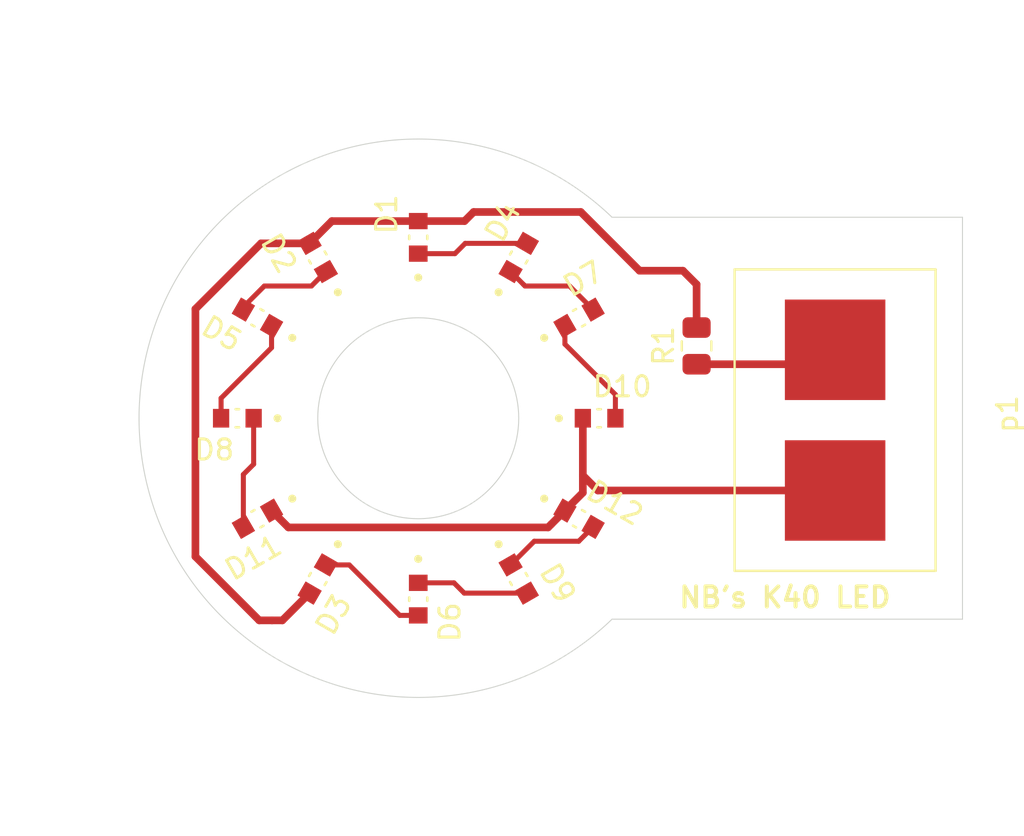
<source format=kicad_pcb>
(kicad_pcb (version 20171130) (host pcbnew "(5.1.8)-1")

  (general
    (thickness 1.6)
    (drawings 6)
    (tracks 57)
    (zones 0)
    (modules 14)
    (nets 13)
  )

  (page A4)
  (layers
    (0 F.Cu signal)
    (31 B.Cu signal)
    (32 B.Adhes user)
    (33 F.Adhes user)
    (34 B.Paste user)
    (35 F.Paste user)
    (36 B.SilkS user)
    (37 F.SilkS user)
    (38 B.Mask user)
    (39 F.Mask user)
    (40 Dwgs.User user)
    (41 Cmts.User user)
    (42 Eco1.User user)
    (43 Eco2.User user)
    (44 Edge.Cuts user)
    (45 Margin user)
    (46 B.CrtYd user)
    (47 F.CrtYd user)
    (48 B.Fab user)
    (49 F.Fab user)
  )

  (setup
    (last_trace_width 0.25)
    (trace_clearance 0.2)
    (zone_clearance 0.508)
    (zone_45_only no)
    (trace_min 0.2)
    (via_size 0.8)
    (via_drill 0.4)
    (via_min_size 0.4)
    (via_min_drill 0.3)
    (uvia_size 0.3)
    (uvia_drill 0.1)
    (uvias_allowed no)
    (uvia_min_size 0.2)
    (uvia_min_drill 0.1)
    (edge_width 0.05)
    (segment_width 0.2)
    (pcb_text_width 0.3)
    (pcb_text_size 1.5 1.5)
    (mod_edge_width 0.12)
    (mod_text_size 1 1)
    (mod_text_width 0.15)
    (pad_size 1.524 1.524)
    (pad_drill 0.762)
    (pad_to_mask_clearance 0)
    (aux_axis_origin 0 0)
    (visible_elements 7FFFFFFF)
    (pcbplotparams
      (layerselection 0x010f0_ffffffff)
      (usegerberextensions true)
      (usegerberattributes false)
      (usegerberadvancedattributes false)
      (creategerberjobfile false)
      (excludeedgelayer true)
      (linewidth 0.100000)
      (plotframeref false)
      (viasonmask false)
      (mode 1)
      (useauxorigin false)
      (hpglpennumber 1)
      (hpglpenspeed 20)
      (hpglpendiameter 15.000000)
      (psnegative false)
      (psa4output false)
      (plotreference true)
      (plotvalue true)
      (plotinvisibletext false)
      (padsonsilk false)
      (subtractmaskfromsilk true)
      (outputformat 1)
      (mirror false)
      (drillshape 0)
      (scaleselection 1)
      (outputdirectory "C:/Users/natha/Documents/GitHub/K40_LED/K40_LED_GERBER/"))
  )

  (net 0 "")
  (net 1 "Net-(D1-PadA)")
  (net 2 "Net-(D1-PadC)")
  (net 3 "Net-(D2-PadC)")
  (net 4 "Net-(D3-PadC)")
  (net 5 "Net-(D4-PadC)")
  (net 6 "Net-(D5-PadC)")
  (net 7 "Net-(D6-PadC)")
  (net 8 "Net-(D10-PadA)")
  (net 9 "Net-(D11-PadA)")
  (net 10 "Net-(D12-PadA)")
  (net 11 "Net-(R1-Pad1)")
  (net 12 "Net-(D10-PadC)")

  (net_class Default "This is the default net class."
    (clearance 0.2)
    (trace_width 0.25)
    (via_dia 0.8)
    (via_drill 0.4)
    (uvia_dia 0.3)
    (uvia_drill 0.1)
    (add_net "Net-(D1-PadA)")
    (add_net "Net-(D1-PadC)")
    (add_net "Net-(D10-PadA)")
    (add_net "Net-(D10-PadC)")
    (add_net "Net-(D11-PadA)")
    (add_net "Net-(D12-PadA)")
    (add_net "Net-(D2-PadC)")
    (add_net "Net-(D3-PadC)")
    (add_net "Net-(D4-PadC)")
    (add_net "Net-(D5-PadC)")
    (add_net "Net-(D6-PadC)")
    (add_net "Net-(R1-Pad1)")
  )

  (module Resistor_SMD:R_0805_2012Metric (layer F.Cu) (tedit 5F68FEEE) (tstamp 60DFD025)
    (at 90.85 69.4 90)
    (descr "Resistor SMD 0805 (2012 Metric), square (rectangular) end terminal, IPC_7351 nominal, (Body size source: IPC-SM-782 page 72, https://www.pcb-3d.com/wordpress/wp-content/uploads/ipc-sm-782a_amendment_1_and_2.pdf), generated with kicad-footprint-generator")
    (tags resistor)
    (path /60E10156)
    (attr smd)
    (fp_text reference R1 (at 0 -1.65 90) (layer F.SilkS)
      (effects (font (size 1 1) (thickness 0.15)))
    )
    (fp_text value 200 (at 0 1.65 90) (layer F.Fab)
      (effects (font (size 1 1) (thickness 0.15)))
    )
    (fp_line (start 1.68 0.95) (end -1.68 0.95) (layer F.CrtYd) (width 0.05))
    (fp_line (start 1.68 -0.95) (end 1.68 0.95) (layer F.CrtYd) (width 0.05))
    (fp_line (start -1.68 -0.95) (end 1.68 -0.95) (layer F.CrtYd) (width 0.05))
    (fp_line (start -1.68 0.95) (end -1.68 -0.95) (layer F.CrtYd) (width 0.05))
    (fp_line (start -0.227064 0.735) (end 0.227064 0.735) (layer F.SilkS) (width 0.12))
    (fp_line (start -0.227064 -0.735) (end 0.227064 -0.735) (layer F.SilkS) (width 0.12))
    (fp_line (start 1 0.625) (end -1 0.625) (layer F.Fab) (width 0.1))
    (fp_line (start 1 -0.625) (end 1 0.625) (layer F.Fab) (width 0.1))
    (fp_line (start -1 -0.625) (end 1 -0.625) (layer F.Fab) (width 0.1))
    (fp_line (start -1 0.625) (end -1 -0.625) (layer F.Fab) (width 0.1))
    (fp_text user %R (at 0 0 90) (layer F.Fab)
      (effects (font (size 0.5 0.5) (thickness 0.08)))
    )
    (pad 2 smd roundrect (at 0.9125 0 90) (size 1.025 1.4) (layers F.Cu F.Paste F.Mask) (roundrect_rratio 0.2439014634146341)
      (net 1 "Net-(D1-PadA)"))
    (pad 1 smd roundrect (at -0.9125 0 90) (size 1.025 1.4) (layers F.Cu F.Paste F.Mask) (roundrect_rratio 0.2439014634146341)
      (net 11 "Net-(R1-Pad1)"))
    (model ${KISYS3DMOD}/Resistor_SMD.3dshapes/R_0805_2012Metric.wrl
      (at (xyz 0 0 0))
      (scale (xyz 1 1 1))
      (rotate (xyz 0 0 0))
    )
  )

  (module 12V_Pad:12V_Supply_Pad (layer F.Cu) (tedit 60DF770F) (tstamp 60DFD014)
    (at 102.743 65.595 270)
    (path /60E0DC77)
    (fp_text reference p1 (at 7.1905 -3.572 90) (layer F.SilkS)
      (effects (font (size 1 1) (thickness 0.15)))
    )
    (fp_text value 12V_Pad (at 7 -2.04 90) (layer F.Fab)
      (effects (font (size 1 1) (thickness 0.15)))
    )
    (fp_line (start 0 10) (end 0 0) (layer F.SilkS) (width 0.12))
    (fp_line (start 15 10) (end 0 10) (layer F.SilkS) (width 0.12))
    (fp_line (start 15 0) (end 15 10) (layer F.SilkS) (width 0.12))
    (fp_line (start 0 0) (end 15 0) (layer F.SilkS) (width 0.12))
    (pad 2 smd rect (at 11 5 270) (size 5 5) (layers F.Cu F.Paste F.Mask)
      (net 12 "Net-(D10-PadC)"))
    (pad 1 smd rect (at 4 5 270) (size 5 5) (layers F.Cu F.Paste F.Mask)
      (net 11 "Net-(R1-Pad1)"))
  )

  (module LRST-C190KGKT:LEDC1608X35N (layer F.Cu) (tedit 60DF65BE) (tstamp 60DFD00A)
    (at 85 78 330)
    (path /60E07BD9)
    (fp_text reference D12 (at 1.14732 -1.573661 150) (layer F.SilkS)
      (effects (font (size 1.002882 1.002882) (thickness 0.15)))
    )
    (fp_text value LTST-C190KGKT (at 5.60084 1.67287 150) (layer F.Fab)
      (effects (font (size 1.002268 1.002268) (thickness 0.15)))
    )
    (fp_line (start 1.465 0.715) (end -1.465 0.715) (layer F.CrtYd) (width 0.05))
    (fp_line (start 1.465 -0.715) (end 1.465 0.715) (layer F.CrtYd) (width 0.05))
    (fp_line (start -1.465 -0.715) (end 1.465 -0.715) (layer F.CrtYd) (width 0.05))
    (fp_line (start -1.465 0.715) (end -1.465 -0.715) (layer F.CrtYd) (width 0.05))
    (fp_circle (center -2 0) (end -1.9 0) (layer F.Fab) (width 0.2))
    (fp_circle (center -2 0) (end -1.9 0) (layer F.SilkS) (width 0.2))
    (fp_line (start 0.85 0.45) (end -0.85 0.45) (layer F.Fab) (width 0.127))
    (fp_line (start -0.85 -0.45) (end 0.85 -0.45) (layer F.Fab) (width 0.127))
    (fp_line (start 0.085 0.45) (end -0.085 0.45) (layer F.SilkS) (width 0.127))
    (fp_line (start 0.85 -0.45) (end 0.85 0.45) (layer F.Fab) (width 0.127))
    (fp_line (start -0.085 -0.45) (end 0.085 -0.45) (layer F.SilkS) (width 0.127))
    (fp_line (start -0.85 0.45) (end -0.85 -0.45) (layer F.Fab) (width 0.127))
    (pad A smd rect (at 0.81 0 330) (size 0.81 0.93) (layers F.Cu F.Paste F.Mask)
      (net 10 "Net-(D12-PadA)"))
    (pad C smd rect (at -0.81 0 330) (size 0.81 0.93) (layers F.Cu F.Paste F.Mask)
      (net 12 "Net-(D10-PadC)"))
  )

  (module LRST-C190KGKT:LEDC1608X35N (layer F.Cu) (tedit 60DF65BE) (tstamp 60DFCFF8)
    (at 69 78 210)
    (path /60E0569B)
    (fp_text reference D11 (at 1.14732 -1.573661 30) (layer F.SilkS)
      (effects (font (size 1.002882 1.002882) (thickness 0.15)))
    )
    (fp_text value LTST-C190KGKT (at 5.60084 1.67287 30) (layer F.Fab)
      (effects (font (size 1.002268 1.002268) (thickness 0.15)))
    )
    (fp_line (start 1.465 0.715) (end -1.465 0.715) (layer F.CrtYd) (width 0.05))
    (fp_line (start 1.465 -0.715) (end 1.465 0.715) (layer F.CrtYd) (width 0.05))
    (fp_line (start -1.465 -0.715) (end 1.465 -0.715) (layer F.CrtYd) (width 0.05))
    (fp_line (start -1.465 0.715) (end -1.465 -0.715) (layer F.CrtYd) (width 0.05))
    (fp_circle (center -2 0) (end -1.9 0) (layer F.Fab) (width 0.2))
    (fp_circle (center -2 0) (end -1.9 0) (layer F.SilkS) (width 0.2))
    (fp_line (start 0.85 0.45) (end -0.85 0.45) (layer F.Fab) (width 0.127))
    (fp_line (start -0.85 -0.45) (end 0.85 -0.45) (layer F.Fab) (width 0.127))
    (fp_line (start 0.085 0.45) (end -0.085 0.45) (layer F.SilkS) (width 0.127))
    (fp_line (start 0.85 -0.45) (end 0.85 0.45) (layer F.Fab) (width 0.127))
    (fp_line (start -0.085 -0.45) (end 0.085 -0.45) (layer F.SilkS) (width 0.127))
    (fp_line (start -0.85 0.45) (end -0.85 -0.45) (layer F.Fab) (width 0.127))
    (pad A smd rect (at 0.81 0 210) (size 0.81 0.93) (layers F.Cu F.Paste F.Mask)
      (net 9 "Net-(D11-PadA)"))
    (pad C smd rect (at -0.81 0 210) (size 0.81 0.93) (layers F.Cu F.Paste F.Mask)
      (net 12 "Net-(D10-PadC)"))
  )

  (module LRST-C190KGKT:LEDC1608X35N (layer F.Cu) (tedit 60DF65BE) (tstamp 60DFCFE6)
    (at 86 73)
    (path /60DFDC8B)
    (fp_text reference D10 (at 1.14732 -1.573661) (layer F.SilkS)
      (effects (font (size 1.002882 1.002882) (thickness 0.15)))
    )
    (fp_text value LTST-C190KGKT (at 5.60084 1.67287) (layer F.Fab)
      (effects (font (size 1.002268 1.002268) (thickness 0.15)))
    )
    (fp_line (start -0.85 0.45) (end -0.85 -0.45) (layer F.Fab) (width 0.127))
    (fp_line (start -0.085 -0.45) (end 0.085 -0.45) (layer F.SilkS) (width 0.127))
    (fp_line (start 0.85 -0.45) (end 0.85 0.45) (layer F.Fab) (width 0.127))
    (fp_line (start 0.085 0.45) (end -0.085 0.45) (layer F.SilkS) (width 0.127))
    (fp_line (start -0.85 -0.45) (end 0.85 -0.45) (layer F.Fab) (width 0.127))
    (fp_line (start 0.85 0.45) (end -0.85 0.45) (layer F.Fab) (width 0.127))
    (fp_circle (center -2 0) (end -1.9 0) (layer F.SilkS) (width 0.2))
    (fp_circle (center -2 0) (end -1.9 0) (layer F.Fab) (width 0.2))
    (fp_line (start -1.465 0.715) (end -1.465 -0.715) (layer F.CrtYd) (width 0.05))
    (fp_line (start -1.465 -0.715) (end 1.465 -0.715) (layer F.CrtYd) (width 0.05))
    (fp_line (start 1.465 -0.715) (end 1.465 0.715) (layer F.CrtYd) (width 0.05))
    (fp_line (start 1.465 0.715) (end -1.465 0.715) (layer F.CrtYd) (width 0.05))
    (pad C smd rect (at -0.81 0) (size 0.81 0.93) (layers F.Cu F.Paste F.Mask)
      (net 12 "Net-(D10-PadC)"))
    (pad A smd rect (at 0.81 0) (size 0.81 0.93) (layers F.Cu F.Paste F.Mask)
      (net 8 "Net-(D10-PadA)"))
  )

  (module LRST-C190KGKT:LEDC1608X35N (layer F.Cu) (tedit 60DF65BE) (tstamp 60DFCFD4)
    (at 82 81 300)
    (path /60E07BD3)
    (fp_text reference D9 (at 1.14732 -1.573661 120) (layer F.SilkS)
      (effects (font (size 1.002882 1.002882) (thickness 0.15)))
    )
    (fp_text value LTST-C190KGKT (at 5.60084 1.67287 120) (layer F.Fab)
      (effects (font (size 1.002268 1.002268) (thickness 0.15)))
    )
    (fp_line (start -0.85 0.45) (end -0.85 -0.45) (layer F.Fab) (width 0.127))
    (fp_line (start -0.085 -0.45) (end 0.085 -0.45) (layer F.SilkS) (width 0.127))
    (fp_line (start 0.85 -0.45) (end 0.85 0.45) (layer F.Fab) (width 0.127))
    (fp_line (start 0.085 0.45) (end -0.085 0.45) (layer F.SilkS) (width 0.127))
    (fp_line (start -0.85 -0.45) (end 0.85 -0.45) (layer F.Fab) (width 0.127))
    (fp_line (start 0.85 0.45) (end -0.85 0.45) (layer F.Fab) (width 0.127))
    (fp_circle (center -2 0) (end -1.9 0) (layer F.SilkS) (width 0.2))
    (fp_circle (center -2 0) (end -1.9 0) (layer F.Fab) (width 0.2))
    (fp_line (start -1.465 0.715) (end -1.465 -0.715) (layer F.CrtYd) (width 0.05))
    (fp_line (start -1.465 -0.715) (end 1.465 -0.715) (layer F.CrtYd) (width 0.05))
    (fp_line (start 1.465 -0.715) (end 1.465 0.715) (layer F.CrtYd) (width 0.05))
    (fp_line (start 1.465 0.715) (end -1.465 0.715) (layer F.CrtYd) (width 0.05))
    (pad C smd rect (at -0.81 0 300) (size 0.81 0.93) (layers F.Cu F.Paste F.Mask)
      (net 10 "Net-(D12-PadA)"))
    (pad A smd rect (at 0.81 0 300) (size 0.81 0.93) (layers F.Cu F.Paste F.Mask)
      (net 7 "Net-(D6-PadC)"))
  )

  (module LRST-C190KGKT:LEDC1608X35N (layer F.Cu) (tedit 60DF65BE) (tstamp 60DFCFC2)
    (at 68 73 180)
    (path /60E05695)
    (fp_text reference D8 (at 1.14732 -1.573661) (layer F.SilkS)
      (effects (font (size 1.002882 1.002882) (thickness 0.15)))
    )
    (fp_text value LTST-C190KGKT (at 5.60084 1.67287) (layer F.Fab)
      (effects (font (size 1.002268 1.002268) (thickness 0.15)))
    )
    (fp_line (start -0.85 0.45) (end -0.85 -0.45) (layer F.Fab) (width 0.127))
    (fp_line (start -0.085 -0.45) (end 0.085 -0.45) (layer F.SilkS) (width 0.127))
    (fp_line (start 0.85 -0.45) (end 0.85 0.45) (layer F.Fab) (width 0.127))
    (fp_line (start 0.085 0.45) (end -0.085 0.45) (layer F.SilkS) (width 0.127))
    (fp_line (start -0.85 -0.45) (end 0.85 -0.45) (layer F.Fab) (width 0.127))
    (fp_line (start 0.85 0.45) (end -0.85 0.45) (layer F.Fab) (width 0.127))
    (fp_circle (center -2 0) (end -1.9 0) (layer F.SilkS) (width 0.2))
    (fp_circle (center -2 0) (end -1.9 0) (layer F.Fab) (width 0.2))
    (fp_line (start -1.465 0.715) (end -1.465 -0.715) (layer F.CrtYd) (width 0.05))
    (fp_line (start -1.465 -0.715) (end 1.465 -0.715) (layer F.CrtYd) (width 0.05))
    (fp_line (start 1.465 -0.715) (end 1.465 0.715) (layer F.CrtYd) (width 0.05))
    (fp_line (start 1.465 0.715) (end -1.465 0.715) (layer F.CrtYd) (width 0.05))
    (pad C smd rect (at -0.81 0 180) (size 0.81 0.93) (layers F.Cu F.Paste F.Mask)
      (net 9 "Net-(D11-PadA)"))
    (pad A smd rect (at 0.81 0 180) (size 0.81 0.93) (layers F.Cu F.Paste F.Mask)
      (net 6 "Net-(D5-PadC)"))
  )

  (module LRST-C190KGKT:LEDC1608X35N (layer F.Cu) (tedit 60DF65BE) (tstamp 60DFCFB0)
    (at 85 68 30)
    (path /60DFCA85)
    (fp_text reference D7 (at 1.14732 -1.573661 30) (layer F.SilkS)
      (effects (font (size 1.002882 1.002882) (thickness 0.15)))
    )
    (fp_text value LTST-C190KGKT (at 5.60084 1.67287 30) (layer F.Fab)
      (effects (font (size 1.002268 1.002268) (thickness 0.15)))
    )
    (fp_line (start -0.85 0.45) (end -0.85 -0.45) (layer F.Fab) (width 0.127))
    (fp_line (start -0.085 -0.45) (end 0.085 -0.45) (layer F.SilkS) (width 0.127))
    (fp_line (start 0.85 -0.45) (end 0.85 0.45) (layer F.Fab) (width 0.127))
    (fp_line (start 0.085 0.45) (end -0.085 0.45) (layer F.SilkS) (width 0.127))
    (fp_line (start -0.85 -0.45) (end 0.85 -0.45) (layer F.Fab) (width 0.127))
    (fp_line (start 0.85 0.45) (end -0.85 0.45) (layer F.Fab) (width 0.127))
    (fp_circle (center -2 0) (end -1.9 0) (layer F.SilkS) (width 0.2))
    (fp_circle (center -2 0) (end -1.9 0) (layer F.Fab) (width 0.2))
    (fp_line (start -1.465 0.715) (end -1.465 -0.715) (layer F.CrtYd) (width 0.05))
    (fp_line (start -1.465 -0.715) (end 1.465 -0.715) (layer F.CrtYd) (width 0.05))
    (fp_line (start 1.465 -0.715) (end 1.465 0.715) (layer F.CrtYd) (width 0.05))
    (fp_line (start 1.465 0.715) (end -1.465 0.715) (layer F.CrtYd) (width 0.05))
    (pad C smd rect (at -0.81 0 30) (size 0.81 0.93) (layers F.Cu F.Paste F.Mask)
      (net 8 "Net-(D10-PadA)"))
    (pad A smd rect (at 0.81 0 30) (size 0.81 0.93) (layers F.Cu F.Paste F.Mask)
      (net 5 "Net-(D4-PadC)"))
  )

  (module LRST-C190KGKT:LEDC1608X35N (layer F.Cu) (tedit 60DF65BE) (tstamp 60DFCF9E)
    (at 77 82 270)
    (path /60E07BCD)
    (fp_text reference D6 (at 1.14732 -1.573661 90) (layer F.SilkS)
      (effects (font (size 1.002882 1.002882) (thickness 0.15)))
    )
    (fp_text value LTST-C190KGKT (at 5.60084 1.67287 90) (layer F.Fab)
      (effects (font (size 1.002268 1.002268) (thickness 0.15)))
    )
    (fp_line (start -0.85 0.45) (end -0.85 -0.45) (layer F.Fab) (width 0.127))
    (fp_line (start -0.085 -0.45) (end 0.085 -0.45) (layer F.SilkS) (width 0.127))
    (fp_line (start 0.85 -0.45) (end 0.85 0.45) (layer F.Fab) (width 0.127))
    (fp_line (start 0.085 0.45) (end -0.085 0.45) (layer F.SilkS) (width 0.127))
    (fp_line (start -0.85 -0.45) (end 0.85 -0.45) (layer F.Fab) (width 0.127))
    (fp_line (start 0.85 0.45) (end -0.85 0.45) (layer F.Fab) (width 0.127))
    (fp_circle (center -2 0) (end -1.9 0) (layer F.SilkS) (width 0.2))
    (fp_circle (center -2 0) (end -1.9 0) (layer F.Fab) (width 0.2))
    (fp_line (start -1.465 0.715) (end -1.465 -0.715) (layer F.CrtYd) (width 0.05))
    (fp_line (start -1.465 -0.715) (end 1.465 -0.715) (layer F.CrtYd) (width 0.05))
    (fp_line (start 1.465 -0.715) (end 1.465 0.715) (layer F.CrtYd) (width 0.05))
    (fp_line (start 1.465 0.715) (end -1.465 0.715) (layer F.CrtYd) (width 0.05))
    (pad C smd rect (at -0.81 0 270) (size 0.81 0.93) (layers F.Cu F.Paste F.Mask)
      (net 7 "Net-(D6-PadC)"))
    (pad A smd rect (at 0.81 0 270) (size 0.81 0.93) (layers F.Cu F.Paste F.Mask)
      (net 4 "Net-(D3-PadC)"))
  )

  (module LRST-C190KGKT:LEDC1608X35N (layer F.Cu) (tedit 60DF65BE) (tstamp 60DFCF8C)
    (at 69 68 150)
    (path /60E0568F)
    (fp_text reference D5 (at 1.14732 -1.573661 150) (layer F.SilkS)
      (effects (font (size 1.002882 1.002882) (thickness 0.15)))
    )
    (fp_text value LTST-C190KGKT (at 5.60084 1.67287 150) (layer F.Fab)
      (effects (font (size 1.002268 1.002268) (thickness 0.15)))
    )
    (fp_line (start -0.85 0.45) (end -0.85 -0.45) (layer F.Fab) (width 0.127))
    (fp_line (start -0.085 -0.45) (end 0.085 -0.45) (layer F.SilkS) (width 0.127))
    (fp_line (start 0.85 -0.45) (end 0.85 0.45) (layer F.Fab) (width 0.127))
    (fp_line (start 0.085 0.45) (end -0.085 0.45) (layer F.SilkS) (width 0.127))
    (fp_line (start -0.85 -0.45) (end 0.85 -0.45) (layer F.Fab) (width 0.127))
    (fp_line (start 0.85 0.45) (end -0.85 0.45) (layer F.Fab) (width 0.127))
    (fp_circle (center -2 0) (end -1.9 0) (layer F.SilkS) (width 0.2))
    (fp_circle (center -2 0) (end -1.9 0) (layer F.Fab) (width 0.2))
    (fp_line (start -1.465 0.715) (end -1.465 -0.715) (layer F.CrtYd) (width 0.05))
    (fp_line (start -1.465 -0.715) (end 1.465 -0.715) (layer F.CrtYd) (width 0.05))
    (fp_line (start 1.465 -0.715) (end 1.465 0.715) (layer F.CrtYd) (width 0.05))
    (fp_line (start 1.465 0.715) (end -1.465 0.715) (layer F.CrtYd) (width 0.05))
    (pad C smd rect (at -0.81 0 150) (size 0.81 0.93) (layers F.Cu F.Paste F.Mask)
      (net 6 "Net-(D5-PadC)"))
    (pad A smd rect (at 0.81 0 150) (size 0.81 0.93) (layers F.Cu F.Paste F.Mask)
      (net 3 "Net-(D2-PadC)"))
  )

  (module LRST-C190KGKT:LEDC1608X35N (layer F.Cu) (tedit 60DF65BE) (tstamp 60DFDA49)
    (at 82 65 60)
    (path /60DFA442)
    (fp_text reference D4 (at 1.14732 -1.573661 60) (layer F.SilkS)
      (effects (font (size 1.002882 1.002882) (thickness 0.15)))
    )
    (fp_text value LTST-C190KGKT (at 5.60084 1.67287 60) (layer F.Fab)
      (effects (font (size 1.002268 1.002268) (thickness 0.15)))
    )
    (fp_line (start -0.85 0.45) (end -0.85 -0.45) (layer F.Fab) (width 0.127))
    (fp_line (start -0.085 -0.45) (end 0.085 -0.45) (layer F.SilkS) (width 0.127))
    (fp_line (start 0.85 -0.45) (end 0.85 0.45) (layer F.Fab) (width 0.127))
    (fp_line (start 0.085 0.45) (end -0.085 0.45) (layer F.SilkS) (width 0.127))
    (fp_line (start -0.85 -0.45) (end 0.85 -0.45) (layer F.Fab) (width 0.127))
    (fp_line (start 0.85 0.45) (end -0.85 0.45) (layer F.Fab) (width 0.127))
    (fp_circle (center -2 0) (end -1.9 0) (layer F.SilkS) (width 0.2))
    (fp_circle (center -2 0) (end -1.9 0) (layer F.Fab) (width 0.2))
    (fp_line (start -1.465 0.715) (end -1.465 -0.715) (layer F.CrtYd) (width 0.05))
    (fp_line (start -1.465 -0.715) (end 1.465 -0.715) (layer F.CrtYd) (width 0.05))
    (fp_line (start 1.465 -0.715) (end 1.465 0.715) (layer F.CrtYd) (width 0.05))
    (fp_line (start 1.465 0.715) (end -1.465 0.715) (layer F.CrtYd) (width 0.05))
    (pad C smd rect (at -0.81 0 60) (size 0.81 0.93) (layers F.Cu F.Paste F.Mask)
      (net 5 "Net-(D4-PadC)"))
    (pad A smd rect (at 0.81 0 60) (size 0.81 0.93) (layers F.Cu F.Paste F.Mask)
      (net 2 "Net-(D1-PadC)"))
  )

  (module LRST-C190KGKT:LEDC1608X35N (layer F.Cu) (tedit 60DF65BE) (tstamp 60DFCF68)
    (at 72 81 240)
    (path /60E07BC7)
    (fp_text reference D3 (at 1.14732 -1.573661 60) (layer F.SilkS)
      (effects (font (size 1.002882 1.002882) (thickness 0.15)))
    )
    (fp_text value LTST-C190KGKT (at 5.60084 1.67287 60) (layer F.Fab)
      (effects (font (size 1.002268 1.002268) (thickness 0.15)))
    )
    (fp_line (start -0.85 0.45) (end -0.85 -0.45) (layer F.Fab) (width 0.127))
    (fp_line (start -0.085 -0.45) (end 0.085 -0.45) (layer F.SilkS) (width 0.127))
    (fp_line (start 0.85 -0.45) (end 0.85 0.45) (layer F.Fab) (width 0.127))
    (fp_line (start 0.085 0.45) (end -0.085 0.45) (layer F.SilkS) (width 0.127))
    (fp_line (start -0.85 -0.45) (end 0.85 -0.45) (layer F.Fab) (width 0.127))
    (fp_line (start 0.85 0.45) (end -0.85 0.45) (layer F.Fab) (width 0.127))
    (fp_circle (center -2 0) (end -1.9 0) (layer F.SilkS) (width 0.2))
    (fp_circle (center -2 0) (end -1.9 0) (layer F.Fab) (width 0.2))
    (fp_line (start -1.465 0.715) (end -1.465 -0.715) (layer F.CrtYd) (width 0.05))
    (fp_line (start -1.465 -0.715) (end 1.465 -0.715) (layer F.CrtYd) (width 0.05))
    (fp_line (start 1.465 -0.715) (end 1.465 0.715) (layer F.CrtYd) (width 0.05))
    (fp_line (start 1.465 0.715) (end -1.465 0.715) (layer F.CrtYd) (width 0.05))
    (pad C smd rect (at -0.81 0 240) (size 0.81 0.93) (layers F.Cu F.Paste F.Mask)
      (net 4 "Net-(D3-PadC)"))
    (pad A smd rect (at 0.81 0 240) (size 0.81 0.93) (layers F.Cu F.Paste F.Mask)
      (net 1 "Net-(D1-PadA)"))
  )

  (module LRST-C190KGKT:LEDC1608X35N (layer F.Cu) (tedit 60DF65BE) (tstamp 60E05044)
    (at 72 65 120)
    (path /60E05689)
    (fp_text reference D2 (at 1.14732 -1.573661 120) (layer F.SilkS)
      (effects (font (size 1.002882 1.002882) (thickness 0.15)))
    )
    (fp_text value LTST-C190KGKT (at 5.60084 1.67287 120) (layer F.Fab)
      (effects (font (size 1.002268 1.002268) (thickness 0.15)))
    )
    (fp_line (start 1.465 0.715) (end -1.465 0.715) (layer F.CrtYd) (width 0.05))
    (fp_line (start 1.465 -0.715) (end 1.465 0.715) (layer F.CrtYd) (width 0.05))
    (fp_line (start -1.465 -0.715) (end 1.465 -0.715) (layer F.CrtYd) (width 0.05))
    (fp_line (start -1.465 0.715) (end -1.465 -0.715) (layer F.CrtYd) (width 0.05))
    (fp_circle (center -2 0) (end -1.9 0) (layer F.Fab) (width 0.2))
    (fp_circle (center -2 0) (end -1.9 0) (layer F.SilkS) (width 0.2))
    (fp_line (start 0.85 0.45) (end -0.85 0.45) (layer F.Fab) (width 0.127))
    (fp_line (start -0.85 -0.45) (end 0.85 -0.45) (layer F.Fab) (width 0.127))
    (fp_line (start 0.085 0.45) (end -0.085 0.45) (layer F.SilkS) (width 0.127))
    (fp_line (start 0.85 -0.45) (end 0.85 0.45) (layer F.Fab) (width 0.127))
    (fp_line (start -0.085 -0.45) (end 0.085 -0.45) (layer F.SilkS) (width 0.127))
    (fp_line (start -0.85 0.45) (end -0.85 -0.45) (layer F.Fab) (width 0.127))
    (pad A smd rect (at 0.81 0 120) (size 0.81 0.93) (layers F.Cu F.Paste F.Mask)
      (net 1 "Net-(D1-PadA)"))
    (pad C smd rect (at -0.81 0 120) (size 0.81 0.93) (layers F.Cu F.Paste F.Mask)
      (net 3 "Net-(D2-PadC)"))
  )

  (module LRST-C190KGKT:LEDC1608X35N (layer F.Cu) (tedit 60DF65BE) (tstamp 60DFCF44)
    (at 77 64 90)
    (path /60DF68F4)
    (fp_text reference D1 (at 1.14732 -1.573661 90) (layer F.SilkS)
      (effects (font (size 1.002882 1.002882) (thickness 0.15)))
    )
    (fp_text value LTST-C190KGKT (at 5.60084 1.67287 90) (layer F.Fab)
      (effects (font (size 1.002268 1.002268) (thickness 0.15)))
    )
    (fp_line (start 1.465 0.715) (end -1.465 0.715) (layer F.CrtYd) (width 0.05))
    (fp_line (start 1.465 -0.715) (end 1.465 0.715) (layer F.CrtYd) (width 0.05))
    (fp_line (start -1.465 -0.715) (end 1.465 -0.715) (layer F.CrtYd) (width 0.05))
    (fp_line (start -1.465 0.715) (end -1.465 -0.715) (layer F.CrtYd) (width 0.05))
    (fp_circle (center -2 0) (end -1.9 0) (layer F.Fab) (width 0.2))
    (fp_circle (center -2 0) (end -1.9 0) (layer F.SilkS) (width 0.2))
    (fp_line (start 0.85 0.45) (end -0.85 0.45) (layer F.Fab) (width 0.127))
    (fp_line (start -0.85 -0.45) (end 0.85 -0.45) (layer F.Fab) (width 0.127))
    (fp_line (start 0.085 0.45) (end -0.085 0.45) (layer F.SilkS) (width 0.127))
    (fp_line (start 0.85 -0.45) (end 0.85 0.45) (layer F.Fab) (width 0.127))
    (fp_line (start -0.085 -0.45) (end 0.085 -0.45) (layer F.SilkS) (width 0.127))
    (fp_line (start -0.85 0.45) (end -0.85 -0.45) (layer F.Fab) (width 0.127))
    (pad A smd rect (at 0.81 0 90) (size 0.81 0.93) (layers F.Cu F.Paste F.Mask)
      (net 1 "Net-(D1-PadA)"))
    (pad C smd rect (at -0.81 0 90) (size 0.81 0.93) (layers F.Cu F.Paste F.Mask)
      (net 2 "Net-(D1-PadC)"))
  )

  (gr_text "NB's K40 LED" (at 95.25 81.915) (layer F.SilkS)
    (effects (font (size 1 1) (thickness 0.2)))
  )
  (gr_line (start 104.080792 83) (end 86.643011 83) (layer Edge.Cuts) (width 0.05))
  (gr_line (start 104.080792 63) (end 104.080792 83) (layer Edge.Cuts) (width 0.05))
  (gr_line (start 86.643011 63) (end 104.080792 63) (layer Edge.Cuts) (width 0.05))
  (gr_arc (start 77 73) (end 86.643011 63) (angle -267.9176611) (layer Edge.Cuts) (width 0.05))
  (gr_circle (center 77 73) (end 82 73) (layer Edge.Cuts) (width 0.05))

  (segment (start 77 63.19) (end 79.304 63.19) (width 0.381) (layer F.Cu) (net 1))
  (segment (start 79.304 63.19) (end 79.756 62.738) (width 0.381) (layer F.Cu) (net 1))
  (segment (start 79.756 62.738) (end 85.09 62.738) (width 0.381) (layer F.Cu) (net 1))
  (segment (start 85.09 62.738) (end 88.011 65.659) (width 0.381) (layer F.Cu) (net 1))
  (segment (start 88.011 65.659) (end 90.17 65.659) (width 0.381) (layer F.Cu) (net 1))
  (segment (start 90.85 66.339) (end 90.85 68.4875) (width 0.381) (layer F.Cu) (net 1))
  (segment (start 90.17 65.659) (end 90.85 66.339) (width 0.381) (layer F.Cu) (net 1))
  (segment (start 72.703519 63.19) (end 71.595 64.298519) (width 0.381) (layer F.Cu) (net 1))
  (segment (start 77 63.19) (end 72.703519 63.19) (width 0.381) (layer F.Cu) (net 1))
  (segment (start 71.595 64.298519) (end 69.178481 64.298519) (width 0.381) (layer F.Cu) (net 1))
  (segment (start 69.178481 64.298519) (end 65.913 67.564) (width 0.381) (layer F.Cu) (net 1))
  (segment (start 65.913 67.564) (end 65.913 79.883) (width 0.381) (layer F.Cu) (net 1))
  (segment (start 65.913 79.883) (end 69.088 83.058) (width 0.381) (layer F.Cu) (net 1))
  (segment (start 70.238481 83.058) (end 69.723 83.058) (width 0.381) (layer F.Cu) (net 1))
  (segment (start 71.595 81.701481) (end 70.238481 83.058) (width 0.381) (layer F.Cu) (net 1))
  (segment (start 69.088 83.058) (end 69.723 83.058) (width 0.381) (layer F.Cu) (net 1))
  (segment (start 77 64.81) (end 78.827 64.81) (width 0.25) (layer F.Cu) (net 2))
  (segment (start 79.338481 64.298519) (end 82.405 64.298519) (width 0.25) (layer F.Cu) (net 2))
  (segment (start 78.827 64.81) (end 79.338481 64.298519) (width 0.25) (layer F.Cu) (net 2))
  (segment (start 72.405 65.701481) (end 71.685481 66.421) (width 0.25) (layer F.Cu) (net 3))
  (segment (start 71.685481 66.421) (end 69.342 66.421) (width 0.25) (layer F.Cu) (net 3))
  (segment (start 68.298519 67.464481) (end 68.298519 67.595) (width 0.25) (layer F.Cu) (net 3))
  (segment (start 69.342 66.421) (end 68.298519 67.464481) (width 0.25) (layer F.Cu) (net 3))
  (segment (start 72.405 80.298519) (end 73.567519 80.298519) (width 0.25) (layer F.Cu) (net 4))
  (segment (start 76.079 82.81) (end 77 82.81) (width 0.25) (layer F.Cu) (net 4))
  (segment (start 73.567519 80.298519) (end 76.079 82.81) (width 0.25) (layer F.Cu) (net 4))
  (segment (start 85.701481 67.595) (end 84.527481 66.421) (width 0.25) (layer F.Cu) (net 5))
  (segment (start 82.31452 66.421) (end 82.24176 66.34824) (width 0.25) (layer F.Cu) (net 5))
  (segment (start 84.527481 66.421) (end 82.31452 66.421) (width 0.25) (layer F.Cu) (net 5))
  (segment (start 81.595 65.701481) (end 82.24176 66.34824) (width 0.25) (layer F.Cu) (net 5))
  (segment (start 69.701481 68.405) (end 69.701481 69.490519) (width 0.25) (layer F.Cu) (net 6))
  (segment (start 67.19 72.002) (end 67.19 73) (width 0.25) (layer F.Cu) (net 6))
  (segment (start 69.701481 69.490519) (end 67.19 72.002) (width 0.25) (layer F.Cu) (net 6))
  (segment (start 77 81.19) (end 78.777 81.19) (width 0.25) (layer F.Cu) (net 7))
  (segment (start 79.288481 81.701481) (end 82.405 81.701481) (width 0.25) (layer F.Cu) (net 7))
  (segment (start 78.777 81.19) (end 79.288481 81.701481) (width 0.25) (layer F.Cu) (net 7))
  (segment (start 86.81 71.824) (end 86.81 73) (width 0.25) (layer F.Cu) (net 8))
  (segment (start 85.979 70.993) (end 86.81 71.824) (width 0.25) (layer F.Cu) (net 8))
  (segment (start 85.979 70.993) (end 84.298519 69.312519) (width 0.25) (layer F.Cu) (net 8))
  (segment (start 84.298519 68.405) (end 84.298519 69.312519) (width 0.25) (layer F.Cu) (net 8))
  (segment (start 68.81 75.287) (end 68.81 73) (width 0.25) (layer F.Cu) (net 9))
  (segment (start 68.298519 75.798481) (end 68.81 75.287) (width 0.25) (layer F.Cu) (net 9))
  (segment (start 68.298519 78.405) (end 68.298519 75.798481) (width 0.25) (layer F.Cu) (net 9))
  (segment (start 82.772519 79.121) (end 81.595 80.298519) (width 0.25) (layer F.Cu) (net 10))
  (segment (start 84.985481 79.121) (end 82.772519 79.121) (width 0.25) (layer F.Cu) (net 10))
  (segment (start 85.701481 78.405) (end 84.985481 79.121) (width 0.25) (layer F.Cu) (net 10))
  (segment (start 83.461258 78.43226) (end 83.613759 78.279759) (width 0.381) (layer F.Cu) (net 12))
  (segment (start 83.613759 78.279759) (end 84.298519 77.595) (width 0.381) (layer F.Cu) (net 12))
  (segment (start 69.701481 77.595) (end 70.53874 78.43226) (width 0.381) (layer F.Cu) (net 12))
  (segment (start 70.53874 78.43226) (end 83.461258 78.43226) (width 0.381) (layer F.Cu) (net 12))
  (segment (start 85.19 76.703519) (end 84.298519 77.595) (width 0.381) (layer F.Cu) (net 12))
  (segment (start 97.0255 70.3125) (end 97.743 69.595) (width 0.25) (layer F.Cu) (net 11))
  (segment (start 90.85 70.3125) (end 97.0255 70.3125) (width 0.381) (layer F.Cu) (net 11))
  (segment (start 85.939 76.595) (end 85.19 75.846) (width 0.381) (layer F.Cu) (net 12))
  (segment (start 85.19 75.846) (end 85.19 76.703519) (width 0.381) (layer F.Cu) (net 12))
  (segment (start 97.743 76.595) (end 85.939 76.595) (width 0.381) (layer F.Cu) (net 12))
  (segment (start 85.19 73) (end 85.19 75.846) (width 0.381) (layer F.Cu) (net 12))

)

</source>
